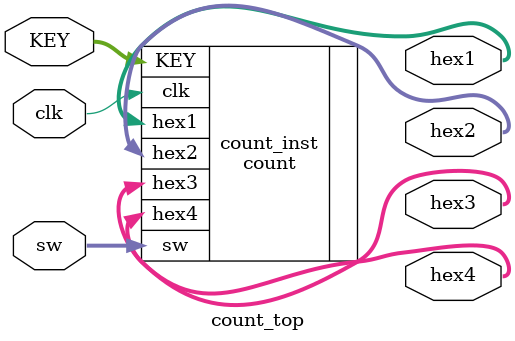
<source format=sv>
`default_nettype none

module count_top
  (
   input wire 	     clk,// clock 
   input wire [17:0] sw,// slide switch
   input wire [3:0]  KEY,// Push buttons
   output wire [6:0] hex1,
   output wire [6:0] hex2,
   output wire [6:0] hex3,
   output wire [6:0] hex4
   );

count count_inst
  (
   .clk(clk),
   .sw(sw),
   .KEY(KEY),
   .hex1(hex1),
   .hex2(hex2),
   .hex3(hex3),
   .hex4(hex4)   
   );

 
endmodule

`default_nettype wire

</source>
